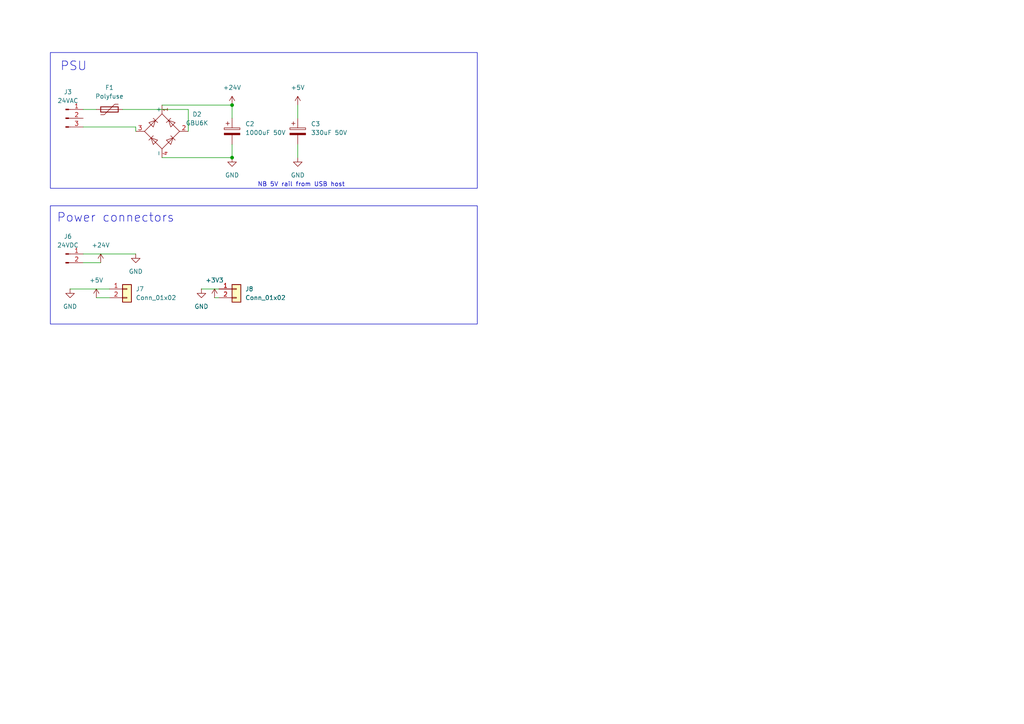
<source format=kicad_sch>
(kicad_sch (version 20250114) (generator "eeschema") (generator_version "9.0")
  (paper "A4")
  (lib_symbols
    (symbol "Connector:Conn_01x02_Pin" (pin_names (offset 1.016) (hide yes))
      (property "Reference" "J" (at 0 2.54 0))
      (property "Value" "Conn_01x02_Pin" (at 0 -5.08 0))
      (symbol "Conn_01x02_Pin_1_1"
        (rectangle (start 0.8636 0.127) (end 0 -0.127) (stroke (width 0.1524)) (fill (type outline)))
        (rectangle (start 0.8636 -2.413) (end 0 -2.667) (stroke (width 0.1524)) (fill (type outline)))
        (polyline (pts (xy 1.27 0) (xy 0.8636 0)) (stroke (width 0.1524)))
        (polyline (pts (xy 1.27 -2.54) (xy 0.8636 -2.54)) (stroke (width 0.1524)))
        (pin passive line (at 5.08 0 180) (length 3.81) (name "Pin_1") (number "1"))
        (pin passive line (at 5.08 -2.54 180) (length 3.81) (name "Pin_2") (number "2"))
      )
    )
    (symbol "Connector:Conn_01x03_Pin" (pin_names (offset 1.016) (hide yes))
      (property "Reference" "J" (at 0 5.08 0))
      (property "Value" "Conn_01x03_Pin" (at 0 -5.08 0))
      (symbol "Conn_01x03_Pin_1_1"
        (rectangle (start 0.8636 2.667) (end 0 2.413) (stroke (width 0.1524)) (fill (type outline)))
        (rectangle (start 0.8636 0.127) (end 0 -0.127) (stroke (width 0.1524)) (fill (type outline)))
        (rectangle (start 0.8636 -2.413) (end 0 -2.667) (stroke (width 0.1524)) (fill (type outline)))
        (polyline (pts (xy 1.27 2.54) (xy 0.8636 2.54)) (stroke (width 0.1524)))
        (polyline (pts (xy 1.27 0) (xy 0.8636 0)) (stroke (width 0.1524)))
        (polyline (pts (xy 1.27 -2.54) (xy 0.8636 -2.54)) (stroke (width 0.1524)))
        (pin passive line (at 5.08 2.54 180) (length 3.81) (name "Pin_1") (number "1"))
        (pin passive line (at 5.08 0 180) (length 3.81) (name "Pin_2") (number "2"))
        (pin passive line (at 5.08 -2.54 180) (length 3.81) (name "Pin_3") (number "3"))
      )
    )
    (symbol "Connector_Generic:Conn_01x02" (pin_names (offset 1.016) (hide yes))
      (property "Reference" "J" (at 0 2.54 0))
      (property "Value" "Conn_01x02" (at 0 -5.08 0))
      (symbol "Conn_01x02_1_1"
        (rectangle (start -1.27 1.27) (end 1.27 -3.81) (stroke (width 0.254)) (fill (type background)))
        (rectangle (start -1.27 0.127) (end 0 -0.127) (stroke (width 0.1524)))
        (rectangle (start -1.27 -2.413) (end 0 -2.667) (stroke (width 0.1524)))
        (pin passive line (at -5.08 0 0) (length 3.81) (name "Pin_1") (number "1"))
        (pin passive line (at -5.08 -2.54 0) (length 3.81) (name "Pin_2") (number "2"))
      )
    )
    (symbol "Device:C_Polarized" (pin_numbers (hide yes)) (pin_names (offset 0.254))
      (property "Reference" "C" (at 0.635 2.54 0))
      (property "Value" "C_Polarized" (at 0.635 -2.54 0))
      (symbol "C_Polarized_0_1"
        (rectangle (start -2.286 0.508) (end 2.286 1.016))
        (polyline (pts (xy -1.778 2.286) (xy -0.762 2.286)))
        (polyline (pts (xy -1.27 2.794) (xy -1.27 1.778)))
        (rectangle (start 2.286 -0.508) (end -2.286 -1.016) (fill (type outline)))
      )
      (symbol "C_Polarized_1_1"
        (pin passive line (at 0 3.81 270) (length 2.794) (name "~") (number "1"))
        (pin passive line (at 0 -3.81 90) (length 2.794) (name "~") (number "2"))
      )
    )
    (symbol "Device:Polyfuse" (pin_numbers (hide yes)) (pin_names (offset 0))
      (property "Reference" "F" (at -2.54 0 90))
      (property "Value" "Polyfuse" (at 2.54 0 90))
      (symbol "Polyfuse_0_1"
        (polyline (pts (xy -1.524 2.54) (xy -1.524 1.524) (xy 1.524 -1.524) (xy 1.524 -2.54)))
        (rectangle (start -0.762 2.54) (end 0.762 -2.54) (stroke (width 0.254)))
        (polyline (pts (xy 0 2.54) (xy 0 -2.54)))
      )
      (symbol "Polyfuse_1_1"
        (pin passive line (at 0 3.81 270) (length 1.27) (name "~") (number "1"))
        (pin passive line (at 0 -3.81 90) (length 1.27) (name "~") (number "2"))
      )
    )
    (symbol "Diode_Bridge:GBU6K" (pin_names (offset 0))
      (property "Reference" "D" (at 2.54 6.985 0))
      (property "Value" "GBU6K" (at 2.54 5.08 0))
      (symbol "GBU6K_0_1"
        (polyline (pts (xy -5.08 0) (xy 0 -5.08) (xy 5.08 0) (xy 0 5.08) (xy -5.08 0)))
        (polyline (pts (xy -3.81 2.54) (xy -2.54 1.27) (xy -1.905 3.175) (xy -3.81 2.54)))
        (polyline (pts (xy -2.54 3.81) (xy -1.27 2.54)))
        (polyline (pts (xy -2.54 -1.27) (xy -3.81 -2.54) (xy -1.905 -3.175) (xy -2.54 -1.27)))
        (polyline (pts (xy -1.27 -2.54) (xy -2.54 -3.81)))
        (polyline (pts (xy 1.27 2.54) (xy 2.54 3.81) (xy 3.175 1.905) (xy 1.27 2.54)))
        (polyline (pts (xy 2.54 1.27) (xy 3.81 2.54)))
        (polyline (pts (xy 2.54 -1.27) (xy 3.81 -2.54)))
        (polyline (pts (xy 3.175 -1.905) (xy 1.27 -2.54) (xy 2.54 -3.81) (xy 3.175 -1.905)))
      )
      (symbol "GBU6K_1_1"
        (pin passive line (at -7.62 0 0) (length 2.54) (name "-") (number "4"))
        (pin passive line (at 0 7.62 270) (length 2.54) (name "~") (number "3"))
        (pin passive line (at 0 -7.62 90) (length 2.54) (name "~") (number "2"))
        (pin passive line (at 7.62 0 180) (length 2.54) (name "+") (number "1"))
      )
    )
    (symbol "power:+24V" (power) (pin_numbers (hide yes)) (pin_names (offset 0) (hide yes))
      (property "Value" "+24V" (at 0 3.556 0))
      (symbol "+24V_0_1"
        (polyline (pts (xy -0.762 1.27) (xy 0 2.54)))
        (polyline (pts (xy 0 2.54) (xy 0.762 1.27)))
        (polyline (pts (xy 0 0) (xy 0 2.54)))
      )
      (symbol "+24V_1_1"
        (pin power_in line (at 0 0 90) (length 0) (name "~") (number "1"))
      )
    )
    (symbol "power:+3V3" (power) (pin_numbers (hide yes)) (pin_names (offset 0) (hide yes))
      (property "Value" "+3V3" (at 0 3.556 0))
      (symbol "+3V3_0_1"
        (polyline (pts (xy -0.762 1.27) (xy 0 2.54)))
        (polyline (pts (xy 0 2.54) (xy 0.762 1.27)))
        (polyline (pts (xy 0 0) (xy 0 2.54)))
      )
      (symbol "+3V3_1_1"
        (pin power_in line (at 0 0 90) (length 0) (name "~") (number "1"))
      )
    )
    (symbol "power:+5V" (power) (pin_numbers (hide yes)) (pin_names (offset 0) (hide yes))
      (property "Value" "+5V" (at 0 3.556 0))
      (symbol "+5V_0_1"
        (polyline (pts (xy -0.762 1.27) (xy 0 2.54)))
        (polyline (pts (xy 0 2.54) (xy 0.762 1.27)))
        (polyline (pts (xy 0 0) (xy 0 2.54)))
      )
      (symbol "+5V_1_1"
        (pin power_in line (at 0 0 90) (length 0) (name "~") (number "1"))
      )
    )
    (symbol "power:GND" (power) (pin_numbers (hide yes)) (pin_names (offset 0) (hide yes))
      (property "Value" "GND" (at 0 -3.81 0))
      (symbol "GND_0_1"
        (polyline (pts (xy 0 0) (xy 0 -1.27) (xy 1.27 -1.27) (xy 0 -2.54) (xy -1.27 -1.27) (xy 0 -1.27)))
      )
      (symbol "GND_1_1"
        (pin power_in line (at 0 0 270) (length 0) (name "~") (number "1"))
      )
    )
  )
  (rectangle (start 14.605 15.24) (end 138.43 54.61))
  (rectangle (start 14.605 59.69) (end 138.43 93.98))
  (text "PSU" (at 21.336 19.304 0) (effects (font (size 2.54 2.54))))
  (text "NB 5V rail from USB host" (at 87.376 53.594 0) (effects (font (size 1.27 1.27))))
  (text "Power connectors" (at 33.528 63.246 0) (effects (font (size 2.54 2.54))))
  (junction (at 67.31 45.72))
  (junction (at 67.31 30.48))
  (wire (pts (xy 24.13 73.66) (xy 39.37 73.66)))
  (wire (pts (xy 20.32 83.82) (xy 31.75 83.82)))
  (wire (pts (xy 54.61 38.1) (xy 54.61 31.75)))
  (wire (pts (xy 24.13 36.83) (xy 39.37 36.83)))
  (wire (pts (xy 67.31 41.91) (xy 67.31 45.72)))
  (wire (pts (xy 86.36 41.91) (xy 86.36 45.72)))
  (wire (pts (xy 27.94 86.36) (xy 31.75 86.36)))
  (wire (pts (xy 35.56 31.75) (xy 54.61 31.75)))
  (wire (pts (xy 46.99 30.48) (xy 67.31 30.48)))
  (wire (pts (xy 86.36 30.48) (xy 86.36 34.29)))
  (wire (pts (xy 62.23 86.36) (xy 63.5 86.36)))
  (wire (pts (xy 24.13 31.75) (xy 27.94 31.75)))
  (wire (pts (xy 67.31 30.48) (xy 67.31 34.29)))
  (wire (pts (xy 24.13 76.2) (xy 29.21 76.2)))
  (wire (pts (xy 67.31 45.72) (xy 46.99 45.72)))
  (wire (pts (xy 39.37 36.83) (xy 39.37 38.1)))
  (wire (pts (xy 58.42 83.82) (xy 63.5 83.82)))
  (symbol (lib_id "power:GND") (at 67.31 45.72 0) (unit 1)
    (property "Reference" "#PWR048" (effects (hide yes)))
    (property "Value" "GND" (at 67.31 50.8 0))
    (property "Description" "Power symbol creates a global label with name \"GND\" , ground" (effects (hide yes)))
  )
  (symbol (lib_id "power:+3V3") (at 62.23 86.36 0) (unit 1)
    (property "Reference" "#PWR061" (effects (hide yes)))
    (property "Value" "+3V3" (at 62.23 81.28 0))
    (property "Description" "Power symbol creates a global label with name \"+3V3\"" (effects (hide yes)))
  )
  (symbol (lib_id "power:GND") (at 20.32 83.82 0) (unit 1)
    (property "Reference" "#PWR059" (effects (hide yes)))
    (property "Value" "GND" (at 20.32 88.9 0))
    (property "Description" "Power symbol creates a global label with name \"GND\" , ground" (effects (hide yes)))
  )
  (symbol (lib_id "Connector_Generic:Conn_01x02") (at 68.58 83.82 0) (unit 1)
    (property "Reference" "J8" (at 71.12 83.8199 0) (effects (justify left)))
    (property "Value" "Conn_01x02" (at 71.12 86.3599 0) (effects (justify left)))
    (property "Footprint" "Connector_PinHeader_2.54mm:PinHeader_1x02_P2.54mm_Vertical" (effects (hide yes)))
    (property "Description" "Generic connector, single row, 01x02, script generated (kicad-library-utils/schlib/autogen/connector/)" (effects (hide yes)))
  )
  (symbol (lib_id "Diode_Bridge:GBU6K") (at 46.99 38.1 90) (unit 1)
    (property "Reference" "D2" (at 57.15 33.1468 90))
    (property "Value" "GBU6K" (at 57.15 35.6868 90))
    (property "Footprint" "Diode_THT:Diode_Bridge_Vishay_GBU" (effects (hide yes)))
    (property "Datasheet" "http://www.vishay.com/docs/88656/gbu6a.pdf" (effects (hide yes)))
    (property "Description" "Single-Phase Bridge Rectifier, 560V Vrms, 6.0A If, GBU package" (effects (hide yes)))
  )
  (symbol (lib_id "Device:C_Polarized") (at 67.31 38.1 0) (unit 1)
    (property "Reference" "C2" (at 71.12 35.9409 0) (effects (justify left)))
    (property "Value" "1000uF 50V" (at 71.12 38.4809 0) (effects (justify left)))
    (property "Footprint" "Capacitor_THT:CP_Radial_D12.5mm_P5.00mm" (effects (hide yes)))
    (property "Description" "Polarized capacitor" (effects (hide yes)))
  )
  (symbol (lib_id "power:+5V") (at 27.94 86.36 0) (unit 1)
    (property "Reference" "#PWR060" (effects (hide yes)))
    (property "Value" "+5V" (at 27.94 81.28 0))
    (property "Description" "Power symbol creates a global label with name \"+5V\"" (effects (hide yes)))
  )
  (symbol (lib_id "Device:Polyfuse") (at 31.75 31.75 90) (unit 1)
    (property "Reference" "F1" (at 31.75 25.4 90))
    (property "Value" "Polyfuse" (at 31.75 27.94 90))
    (property "Footprint" "footprints:FUS_RKEF300_TYCO_TYC" (effects (hide yes)))
    (property "Description" "Resettable fuse, polymeric positive temperature coefficient" (effects (hide yes)))
  )
  (symbol (lib_id "Connector:Conn_01x03_Pin") (at 19.05 34.29 0) (unit 1)
    (property "Reference" "J3" (at 19.685 26.67 0))
    (property "Value" "24VAC" (at 19.685 29.21 0))
    (property "Footprint" "Connector_JST:JST_VH_B3P-VH-B_1x03_P3.96mm_Vertical" (effects (hide yes)))
    (property "Description" "Generic connector, single row, 01x03, script generated" (effects (hide yes)))
  )
  (symbol (lib_id "power:+5V") (at 86.36 30.48 0) (unit 1)
    (property "Reference" "#PWR052" (effects (hide yes)))
    (property "Value" "+5V" (at 86.36 25.4 0))
    (property "Description" "Power symbol creates a global label with name \"+5V\"" (effects (hide yes)))
  )
  (symbol (lib_id "power:+24V") (at 29.21 76.2 0) (unit 1)
    (property "Reference" "#PWR056" (effects (hide yes)))
    (property "Value" "+24V" (at 29.21 71.12 0))
    (property "Description" "Power symbol creates a global label with name \"+24V\"" (effects (hide yes)))
  )
  (symbol (lib_id "power:GND") (at 58.42 83.82 0) (unit 1)
    (property "Reference" "#PWR058" (effects (hide yes)))
    (property "Value" "GND" (at 58.42 88.9 0))
    (property "Description" "Power symbol creates a global label with name \"GND\" , ground" (effects (hide yes)))
  )
  (symbol (lib_id "power:GND") (at 86.36 45.72 0) (unit 1)
    (property "Reference" "#PWR064" (effects (hide yes)))
    (property "Value" "GND" (at 86.36 50.8 0))
    (property "Description" "Power symbol creates a global label with name \"GND\" , ground" (effects (hide yes)))
  )
  (symbol (lib_id "Connector:Conn_01x02_Pin") (at 19.05 73.66 0) (unit 1)
    (property "Reference" "J6" (at 19.685 68.58 0))
    (property "Value" "24VDC" (at 19.685 71.12 0))
    (property "Footprint" "Connector_JST:JST_VH_B2P-VH_1x02_P3.96mm_Vertical" (effects (hide yes)))
    (property "Description" "Generic connector, single row, 01x02, script generated" (effects (hide yes)))
  )
  (symbol (lib_id "Device:C_Polarized") (at 86.36 38.1 0) (unit 1)
    (property "Reference" "C3" (at 90.17 35.9409 0) (effects (justify left)))
    (property "Value" "330uF 50V" (at 90.17 38.4809 0) (effects (justify left)))
    (property "Footprint" "Capacitor_THT:CP_Radial_D10.0mm_P5.00mm" (effects (hide yes)))
    (property "Description" "Polarized capacitor" (effects (hide yes)))
  )
  (symbol (lib_id "Connector_Generic:Conn_01x02") (at 36.83 83.82 0) (unit 1)
    (property "Reference" "J7" (at 39.37 83.8199 0) (effects (justify left)))
    (property "Value" "Conn_01x02" (at 39.37 86.3599 0) (effects (justify left)))
    (property "Footprint" "Connector_PinHeader_2.54mm:PinHeader_1x02_P2.54mm_Vertical" (effects (hide yes)))
    (property "Description" "Generic connector, single row, 01x02, script generated (kicad-library-utils/schlib/autogen/connector/)" (effects (hide yes)))
  )
  (symbol (lib_id "power:+24V") (at 67.31 30.48 0) (unit 1)
    (property "Reference" "#PWR049" (effects (hide yes)))
    (property "Value" "+24V" (at 67.31 25.4 0))
    (property "Description" "Power symbol creates a global label with name \"+24V\"" (effects (hide yes)))
  )
  (symbol (lib_id "power:GND") (at 39.37 73.66 0) (unit 1)
    (property "Reference" "#PWR057" (effects (hide yes)))
    (property "Value" "GND" (at 39.37 78.74 0))
    (property "Description" "Power symbol creates a global label with name \"GND\" , ground" (effects (hide yes)))
  )
)
</source>
